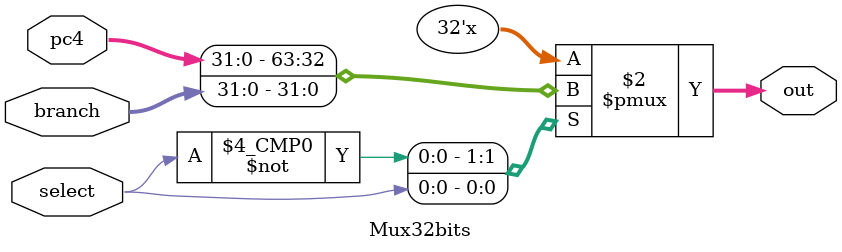
<source format=v>
module Mux32bits(select, pc4 , branch, out);
input select; 
input [31:0] pc4, branch; 
output reg [31:0] out; 

always@(select, pc4 , branch) 
begin 
  case(select) 
      1'b0: 
        out <= pc4; 
      1'b1: 
        out <= branch; 
  endcase 
end 
endmodule 
</source>
